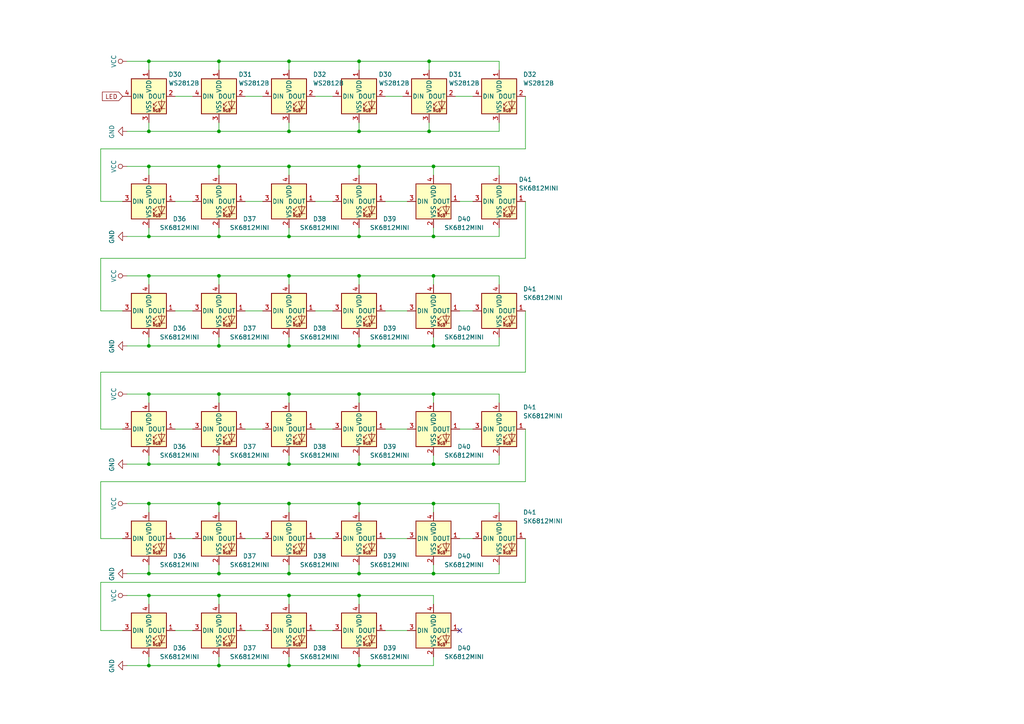
<source format=kicad_sch>
(kicad_sch (version 20230121) (generator eeschema)
  (paper "A4")
  (lib_symbols
    (symbol "Gecko_Split-rescue:GND-Lily58-cache" (power) (pin_names (offset 0))
      (property "Value" "GND-Lily58-cache" (at 0 -3.81 0))
      (symbol "GND-Lily58-cache_1_1"
        (polyline (pts (xy 0 0) (xy 0 -1.27) (xy 1.27 -1.27) (xy 0 -2.54) (xy -1.27 -1.27) (xy 0 -1.27)))
        (pin power_in line (at 0 0 0) (length 0) hide (name "GND") (number "1"))
      )
    )
    (symbol "Gecko_Split-rescue:VCC-Lily58-cache" (power) (pin_names (offset 0))
      (property "Value" "VCC-Lily58-cache" (at 0 3.81 0))
      (symbol "VCC-Lily58-cache_0_1"
        (polyline (pts (xy 0 0) (xy 0 1.27)))
        (circle (center 0 1.905) (radius 0.635))
      )
      (symbol "VCC-Lily58-cache_1_1"
        (pin power_in line (at 0 0 90) (length 0) hide (name "VCC") (number "1"))
      )
    )
    (symbol "LED:SK6812MINI" (pin_names (offset 0.254))
      (property "Reference" "D" (at 5.08 5.715 0))
      (property "Value" "SK6812MINI" (at 1.27 -5.715 0))
      (symbol "SK6812MINI_0_0"
        (text "RGB" (at 2.286 -4.191 0) (effects (font (size 0.762 0.762))))
      )
      (symbol "SK6812MINI_0_1"
        (polyline (pts (xy 1.27 -3.556) (xy 1.778 -3.556)))
        (polyline (pts (xy 1.27 -2.54) (xy 1.778 -2.54)))
        (polyline (pts (xy 4.699 -3.556) (xy 2.667 -3.556)))
        (polyline (pts (xy 2.286 -2.54) (xy 1.27 -3.556) (xy 1.27 -3.048)))
        (polyline (pts (xy 2.286 -1.524) (xy 1.27 -2.54) (xy 1.27 -2.032)))
        (polyline (pts (xy 3.683 -1.016) (xy 3.683 -3.556) (xy 3.683 -4.064)))
        (polyline (pts (xy 4.699 -1.524) (xy 2.667 -1.524) (xy 3.683 -3.556) (xy 4.699 -1.524)))
        (rectangle (start 5.08 5.08) (end -5.08 -5.08) (stroke (width 0.254)) (fill (type background)))
      )
      (symbol "SK6812MINI_1_1"
        (pin output line (at 7.62 0 180) (length 2.54) (name "DOUT") (number "1"))
        (pin power_in line (at 0 -7.62 90) (length 2.54) (name "VSS") (number "2"))
        (pin input line (at -7.62 0 0) (length 2.54) (name "DIN") (number "3"))
        (pin power_in line (at 0 7.62 270) (length 2.54) (name "VDD") (number "4"))
      )
    )
    (symbol "LED:WS2812B" (pin_names (offset 0.254))
      (property "Reference" "D" (at 5.08 5.715 0))
      (property "Value" "WS2812B" (at 1.27 -5.715 0))
      (symbol "WS2812B_0_0"
        (text "RGB" (at 2.286 -4.191 0) (effects (font (size 0.762 0.762))))
      )
      (symbol "WS2812B_0_1"
        (polyline (pts (xy 1.27 -3.556) (xy 1.778 -3.556)))
        (polyline (pts (xy 1.27 -2.54) (xy 1.778 -2.54)))
        (polyline (pts (xy 4.699 -3.556) (xy 2.667 -3.556)))
        (polyline (pts (xy 2.286 -2.54) (xy 1.27 -3.556) (xy 1.27 -3.048)))
        (polyline (pts (xy 2.286 -1.524) (xy 1.27 -2.54) (xy 1.27 -2.032)))
        (polyline (pts (xy 3.683 -1.016) (xy 3.683 -3.556) (xy 3.683 -4.064)))
        (polyline (pts (xy 4.699 -1.524) (xy 2.667 -1.524) (xy 3.683 -3.556) (xy 4.699 -1.524)))
        (rectangle (start 5.08 5.08) (end -5.08 -5.08) (stroke (width 0.254)) (fill (type background)))
      )
      (symbol "WS2812B_1_1"
        (pin power_in line (at 0 7.62 270) (length 2.54) (name "VDD") (number "1"))
        (pin output line (at 7.62 0 180) (length 2.54) (name "DOUT") (number "2"))
        (pin power_in line (at 0 -7.62 90) (length 2.54) (name "VSS") (number "3"))
        (pin input line (at -7.62 0 0) (length 2.54) (name "DIN") (number "4"))
      )
    )
  )
  (junction (at 104.14 17.78))
  (junction (at 43.18 172.72))
  (junction (at 83.82 38.1))
  (junction (at 63.5 134.62))
  (junction (at 125.73 48.26))
  (junction (at 43.18 134.62))
  (junction (at 83.82 68.58))
  (junction (at 125.73 146.05))
  (junction (at 104.14 134.62))
  (junction (at 83.82 48.26))
  (junction (at 63.5 68.58))
  (junction (at 63.5 48.26))
  (junction (at 124.46 17.78))
  (junction (at 43.18 146.05))
  (junction (at 83.82 17.78))
  (junction (at 104.14 38.1))
  (junction (at 83.82 166.37))
  (junction (at 43.18 114.3))
  (junction (at 63.5 17.78))
  (junction (at 83.82 100.33))
  (junction (at 83.82 172.72))
  (junction (at 104.14 146.05))
  (junction (at 43.18 38.1))
  (junction (at 63.5 166.37))
  (junction (at 125.73 80.01))
  (junction (at 104.14 48.26))
  (junction (at 43.18 193.04))
  (junction (at 104.14 80.01))
  (junction (at 125.73 68.58))
  (junction (at 43.18 166.37))
  (junction (at 83.82 80.01))
  (junction (at 63.5 114.3))
  (junction (at 63.5 100.33))
  (junction (at 104.14 166.37))
  (junction (at 125.73 134.62))
  (junction (at 63.5 80.01))
  (junction (at 43.18 80.01))
  (junction (at 83.82 134.62))
  (junction (at 83.82 114.3))
  (junction (at 43.18 17.78))
  (junction (at 104.14 68.58))
  (junction (at 125.73 100.33))
  (junction (at 124.46 38.1))
  (junction (at 104.14 100.33))
  (junction (at 83.82 193.04))
  (junction (at 104.14 193.04))
  (junction (at 43.18 100.33))
  (junction (at 63.5 146.05))
  (junction (at 63.5 193.04))
  (junction (at 104.14 172.72))
  (junction (at 43.18 48.26))
  (junction (at 63.5 38.1))
  (junction (at 125.73 114.3))
  (junction (at 125.73 166.37))
  (junction (at 63.5 172.72))
  (junction (at 43.18 68.58))
  (junction (at 104.14 114.3))
  (junction (at 83.82 146.05))
  (no_connect (at 133.35 182.88))
  (wire (pts (xy 43.18 114.3) (xy 36.83 114.3)))
  (wire (pts (xy 144.78 134.62) (xy 125.73 134.62)))
  (wire (pts (xy 104.14 114.3) (xy 104.14 116.84)))
  (wire (pts (xy 43.18 80.01) (xy 43.18 82.55)))
  (wire (pts (xy 132.08 27.94) (xy 137.16 27.94)))
  (wire (pts (xy 63.5 193.04) (xy 43.18 193.04)))
  (wire (pts (xy 152.4 124.46) (xy 152.4 139.7)))
  (wire (pts (xy 71.12 58.42) (xy 76.2 58.42)))
  (wire (pts (xy 144.78 146.05) (xy 125.73 146.05)))
  (wire (pts (xy 104.14 48.26) (xy 104.14 50.8)))
  (wire (pts (xy 63.5 100.33) (xy 43.18 100.33)))
  (wire (pts (xy 133.35 124.46) (xy 137.16 124.46)))
  (wire (pts (xy 144.78 163.83) (xy 144.78 166.37)))
  (wire (pts (xy 63.5 48.26) (xy 63.5 50.8)))
  (wire (pts (xy 91.44 27.94) (xy 96.52 27.94)))
  (wire (pts (xy 50.8 182.88) (xy 55.88 182.88)))
  (wire (pts (xy 83.82 35.56) (xy 83.82 38.1)))
  (wire (pts (xy 124.46 17.78) (xy 124.46 20.32)))
  (wire (pts (xy 29.21 124.46) (xy 35.56 124.46)))
  (wire (pts (xy 83.82 132.08) (xy 83.82 134.62)))
  (wire (pts (xy 144.78 100.33) (xy 125.73 100.33)))
  (wire (pts (xy 152.4 90.17) (xy 152.4 107.95)))
  (wire (pts (xy 83.82 172.72) (xy 63.5 172.72)))
  (wire (pts (xy 43.18 68.58) (xy 36.83 68.58)))
  (wire (pts (xy 104.14 172.72) (xy 104.14 175.26)))
  (wire (pts (xy 63.5 68.58) (xy 43.18 68.58)))
  (wire (pts (xy 43.18 134.62) (xy 36.83 134.62)))
  (wire (pts (xy 144.78 17.78) (xy 124.46 17.78)))
  (wire (pts (xy 43.18 190.5) (xy 43.18 193.04)))
  (wire (pts (xy 152.4 156.21) (xy 152.4 168.91)))
  (wire (pts (xy 29.21 156.21) (xy 35.56 156.21)))
  (wire (pts (xy 125.73 146.05) (xy 125.73 148.59)))
  (wire (pts (xy 91.44 124.46) (xy 96.52 124.46)))
  (wire (pts (xy 29.21 182.88) (xy 35.56 182.88)))
  (wire (pts (xy 111.76 156.21) (xy 118.11 156.21)))
  (wire (pts (xy 71.12 156.21) (xy 76.2 156.21)))
  (wire (pts (xy 104.14 80.01) (xy 104.14 82.55)))
  (wire (pts (xy 83.82 193.04) (xy 63.5 193.04)))
  (wire (pts (xy 104.14 97.79) (xy 104.14 100.33)))
  (wire (pts (xy 43.18 166.37) (xy 36.83 166.37)))
  (wire (pts (xy 152.4 58.42) (xy 152.4 74.93)))
  (wire (pts (xy 43.18 66.04) (xy 43.18 68.58)))
  (wire (pts (xy 83.82 146.05) (xy 83.82 148.59)))
  (wire (pts (xy 71.12 124.46) (xy 76.2 124.46)))
  (wire (pts (xy 144.78 48.26) (xy 125.73 48.26)))
  (wire (pts (xy 43.18 146.05) (xy 43.18 148.59)))
  (wire (pts (xy 29.21 74.93) (xy 29.21 90.17)))
  (wire (pts (xy 104.14 68.58) (xy 83.82 68.58)))
  (wire (pts (xy 125.73 166.37) (xy 104.14 166.37)))
  (wire (pts (xy 104.14 17.78) (xy 104.14 20.32)))
  (wire (pts (xy 104.14 163.83) (xy 104.14 166.37)))
  (wire (pts (xy 71.12 90.17) (xy 76.2 90.17)))
  (wire (pts (xy 83.82 38.1) (xy 104.14 38.1)))
  (wire (pts (xy 91.44 90.17) (xy 96.52 90.17)))
  (wire (pts (xy 43.18 172.72) (xy 43.18 175.26)))
  (wire (pts (xy 144.78 50.8) (xy 144.78 48.26)))
  (wire (pts (xy 83.82 172.72) (xy 83.82 175.26)))
  (wire (pts (xy 50.8 27.94) (xy 55.88 27.94)))
  (wire (pts (xy 111.76 124.46) (xy 118.11 124.46)))
  (wire (pts (xy 133.35 58.42) (xy 137.16 58.42)))
  (wire (pts (xy 124.46 38.1) (xy 144.78 38.1)))
  (wire (pts (xy 125.73 163.83) (xy 125.73 166.37)))
  (wire (pts (xy 83.82 80.01) (xy 63.5 80.01)))
  (wire (pts (xy 63.5 114.3) (xy 43.18 114.3)))
  (wire (pts (xy 104.14 146.05) (xy 83.82 146.05)))
  (wire (pts (xy 111.76 58.42) (xy 118.11 58.42)))
  (wire (pts (xy 104.14 132.08) (xy 104.14 134.62)))
  (wire (pts (xy 144.78 66.04) (xy 144.78 68.58)))
  (wire (pts (xy 63.5 166.37) (xy 43.18 166.37)))
  (wire (pts (xy 43.18 163.83) (xy 43.18 166.37)))
  (wire (pts (xy 104.14 38.1) (xy 124.46 38.1)))
  (wire (pts (xy 43.18 80.01) (xy 36.83 80.01)))
  (wire (pts (xy 83.82 190.5) (xy 83.82 193.04)))
  (wire (pts (xy 63.5 146.05) (xy 63.5 148.59)))
  (wire (pts (xy 43.18 132.08) (xy 43.18 134.62)))
  (wire (pts (xy 91.44 182.88) (xy 96.52 182.88)))
  (wire (pts (xy 63.5 172.72) (xy 63.5 175.26)))
  (wire (pts (xy 29.21 58.42) (xy 35.56 58.42)))
  (wire (pts (xy 125.73 114.3) (xy 125.73 116.84)))
  (wire (pts (xy 125.73 146.05) (xy 104.14 146.05)))
  (wire (pts (xy 125.73 66.04) (xy 125.73 68.58)))
  (wire (pts (xy 83.82 114.3) (xy 63.5 114.3)))
  (wire (pts (xy 125.73 100.33) (xy 104.14 100.33)))
  (wire (pts (xy 125.73 172.72) (xy 104.14 172.72)))
  (wire (pts (xy 71.12 27.94) (xy 76.2 27.94)))
  (wire (pts (xy 43.18 97.79) (xy 43.18 100.33)))
  (wire (pts (xy 125.73 80.01) (xy 104.14 80.01)))
  (wire (pts (xy 83.82 48.26) (xy 83.82 50.8)))
  (wire (pts (xy 29.21 107.95) (xy 152.4 107.95)))
  (wire (pts (xy 71.12 182.88) (xy 76.2 182.88)))
  (wire (pts (xy 104.14 166.37) (xy 83.82 166.37)))
  (wire (pts (xy 63.5 132.08) (xy 63.5 134.62)))
  (wire (pts (xy 29.21 139.7) (xy 29.21 156.21)))
  (wire (pts (xy 63.5 66.04) (xy 63.5 68.58)))
  (wire (pts (xy 29.21 43.18) (xy 29.21 58.42)))
  (wire (pts (xy 144.78 114.3) (xy 125.73 114.3)))
  (wire (pts (xy 144.78 132.08) (xy 144.78 134.62)))
  (wire (pts (xy 125.73 134.62) (xy 104.14 134.62)))
  (wire (pts (xy 125.73 114.3) (xy 104.14 114.3)))
  (wire (pts (xy 133.35 156.21) (xy 137.16 156.21)))
  (wire (pts (xy 125.73 190.5) (xy 125.73 193.04)))
  (wire (pts (xy 144.78 20.32) (xy 144.78 17.78)))
  (wire (pts (xy 29.21 90.17) (xy 35.56 90.17)))
  (wire (pts (xy 144.78 82.55) (xy 144.78 80.01)))
  (wire (pts (xy 152.4 43.18) (xy 29.21 43.18)))
  (wire (pts (xy 83.82 66.04) (xy 83.82 68.58)))
  (wire (pts (xy 144.78 38.1) (xy 144.78 35.56)))
  (wire (pts (xy 144.78 166.37) (xy 125.73 166.37)))
  (wire (pts (xy 83.82 166.37) (xy 63.5 166.37)))
  (wire (pts (xy 104.14 190.5) (xy 104.14 193.04)))
  (wire (pts (xy 124.46 35.56) (xy 124.46 38.1)))
  (wire (pts (xy 91.44 156.21) (xy 96.52 156.21)))
  (wire (pts (xy 36.83 38.1) (xy 43.18 38.1)))
  (wire (pts (xy 125.73 68.58) (xy 104.14 68.58)))
  (wire (pts (xy 63.5 17.78) (xy 43.18 17.78)))
  (wire (pts (xy 144.78 97.79) (xy 144.78 100.33)))
  (wire (pts (xy 144.78 148.59) (xy 144.78 146.05)))
  (wire (pts (xy 36.83 17.78) (xy 43.18 17.78)))
  (wire (pts (xy 144.78 80.01) (xy 125.73 80.01)))
  (wire (pts (xy 104.14 48.26) (xy 83.82 48.26)))
  (wire (pts (xy 83.82 163.83) (xy 83.82 166.37)))
  (wire (pts (xy 152.4 74.93) (xy 29.21 74.93)))
  (wire (pts (xy 63.5 80.01) (xy 43.18 80.01)))
  (wire (pts (xy 83.82 80.01) (xy 83.82 82.55)))
  (wire (pts (xy 83.82 146.05) (xy 63.5 146.05)))
  (wire (pts (xy 83.82 134.62) (xy 63.5 134.62)))
  (wire (pts (xy 29.21 139.7) (xy 152.4 139.7)))
  (wire (pts (xy 152.4 27.94) (xy 152.4 43.18)))
  (wire (pts (xy 63.5 80.01) (xy 63.5 82.55)))
  (wire (pts (xy 83.82 17.78) (xy 83.82 20.32)))
  (wire (pts (xy 125.73 80.01) (xy 125.73 82.55)))
  (wire (pts (xy 104.14 35.56) (xy 104.14 38.1)))
  (wire (pts (xy 43.18 48.26) (xy 43.18 50.8)))
  (wire (pts (xy 50.8 90.17) (xy 55.88 90.17)))
  (wire (pts (xy 104.14 172.72) (xy 83.82 172.72)))
  (wire (pts (xy 43.18 17.78) (xy 43.18 20.32)))
  (wire (pts (xy 63.5 48.26) (xy 43.18 48.26)))
  (wire (pts (xy 50.8 58.42) (xy 55.88 58.42)))
  (wire (pts (xy 104.14 66.04) (xy 104.14 68.58)))
  (wire (pts (xy 111.76 182.88) (xy 118.11 182.88)))
  (wire (pts (xy 144.78 68.58) (xy 125.73 68.58)))
  (wire (pts (xy 104.14 17.78) (xy 83.82 17.78)))
  (wire (pts (xy 104.14 100.33) (xy 83.82 100.33)))
  (wire (pts (xy 125.73 175.26) (xy 125.73 172.72)))
  (wire (pts (xy 91.44 58.42) (xy 96.52 58.42)))
  (wire (pts (xy 63.5 38.1) (xy 83.82 38.1)))
  (wire (pts (xy 111.76 90.17) (xy 118.11 90.17)))
  (wire (pts (xy 125.73 48.26) (xy 125.73 50.8)))
  (wire (pts (xy 50.8 124.46) (xy 55.88 124.46)))
  (wire (pts (xy 63.5 114.3) (xy 63.5 116.84)))
  (wire (pts (xy 83.82 17.78) (xy 63.5 17.78)))
  (wire (pts (xy 29.21 107.95) (xy 29.21 124.46)))
  (wire (pts (xy 43.18 100.33) (xy 36.83 100.33)))
  (wire (pts (xy 50.8 156.21) (xy 55.88 156.21)))
  (wire (pts (xy 125.73 48.26) (xy 104.14 48.26)))
  (wire (pts (xy 104.14 114.3) (xy 83.82 114.3)))
  (wire (pts (xy 43.18 48.26) (xy 36.83 48.26)))
  (wire (pts (xy 29.21 168.91) (xy 29.21 182.88)))
  (wire (pts (xy 43.18 114.3) (xy 43.18 116.84)))
  (wire (pts (xy 125.73 132.08) (xy 125.73 134.62)))
  (wire (pts (xy 125.73 193.04) (xy 104.14 193.04)))
  (wire (pts (xy 133.35 90.17) (xy 137.16 90.17)))
  (wire (pts (xy 63.5 35.56) (xy 63.5 38.1)))
  (wire (pts (xy 83.82 68.58) (xy 63.5 68.58)))
  (wire (pts (xy 43.18 146.05) (xy 36.83 146.05)))
  (wire (pts (xy 125.73 97.79) (xy 125.73 100.33)))
  (wire (pts (xy 104.14 80.01) (xy 83.82 80.01)))
  (wire (pts (xy 144.78 116.84) (xy 144.78 114.3)))
  (wire (pts (xy 83.82 114.3) (xy 83.82 116.84)))
  (wire (pts (xy 104.14 134.62) (xy 83.82 134.62)))
  (wire (pts (xy 63.5 190.5) (xy 63.5 193.04)))
  (wire (pts (xy 152.4 168.91) (xy 29.21 168.91)))
  (wire (pts (xy 83.82 48.26) (xy 63.5 48.26)))
  (wire (pts (xy 63.5 163.83) (xy 63.5 166.37)))
  (wire (pts (xy 104.14 146.05) (xy 104.14 148.59)))
  (wire (pts (xy 104.14 193.04) (xy 83.82 193.04)))
  (wire (pts (xy 63.5 172.72) (xy 43.18 172.72)))
  (wire (pts (xy 63.5 20.32) (xy 63.5 17.78)))
  (wire (pts (xy 111.76 27.94) (xy 116.84 27.94)))
  (wire (pts (xy 63.5 97.79) (xy 63.5 100.33)))
  (wire (pts (xy 83.82 100.33) (xy 63.5 100.33)))
  (wire (pts (xy 43.18 193.04) (xy 36.83 193.04)))
  (wire (pts (xy 43.18 38.1) (xy 63.5 38.1)))
  (wire (pts (xy 43.18 172.72) (xy 36.83 172.72)))
  (wire (pts (xy 83.82 97.79) (xy 83.82 100.33)))
  (wire (pts (xy 124.46 17.78) (xy 104.14 17.78)))
  (wire (pts (xy 63.5 146.05) (xy 43.18 146.05)))
  (wire (pts (xy 43.18 35.56) (xy 43.18 38.1)))
  (wire (pts (xy 63.5 134.62) (xy 43.18 134.62)))
  (global_label "LED" (shape input) (at 35.56 27.94 180) (property "Intersheetrefs" "${INTERSHEET_REFS}" (effects hide)))
  (symbol (lib_id "LED:SK6812MINI") (at 144.78 156.21 0) (unit 1)
    (property "Reference" "D41" (at 153.67 148.59 0))
    (property "Value" "SK6812MINI" (at 157.48 151.13 0))
    (property "Footprint" "LED_SMD:LED_SK6812MINI_THROUGH" (effects hide))
    (property "Datasheet" "https://cdn-shop.adafruit.com/product-files/2686/SK6812MINI_REV.01-1-2.pdf" (effects hide))
    (instances (project "Gecko_Split" (path "" (reference "D41") (unit 1)) (path "" (reference "D59") (unit 1))))
  )
  (symbol (lib_id "LED:SK6812MINI") (at 83.82 182.88 0) (unit 1)
    (property "Reference" "D38" (at 92.71 187.96 0))
    (property "Value" "SK6812MINI" (at 92.71 190.5 0))
    (property "Footprint" "LED_SMD:LED_SK6812MINI_THROUGH" (effects hide))
    (property "Datasheet" "https://cdn-shop.adafruit.com/product-files/2686/SK6812MINI_REV.01-1-2.pdf" (effects hide))
    (instances (project "Gecko_Split" (path "" (reference "D38") (unit 1)) (path "" (reference "D62") (unit 1))))
  )
  (symbol (lib_id "Gecko_Split-rescue:VCC-Lily58-cache") (at 36.83 48.26 90) (mirror x) (unit 1)
    (property "Reference" "#PWR04" (effects hide))
    (property "Value" "VCC" (at 33.02 48.26 0))
    (instances (project "Gecko_Split" (path "" (reference "#PWR04") (unit 1)) (path "" (reference "#PWR07") (unit 1)) (path "" (reference "#PWR018") (unit 1))))
  )
  (symbol (lib_id "Gecko_Split-rescue:GND-Lily58-cache") (at 36.83 100.33 270) (unit 1)
    (property "Reference" "#PWR08" (effects hide))
    (property "Value" "GND" (at 32.4358 100.457 0))
    (instances (project "Gecko_Split" (path "" (reference "#PWR08") (unit 1)) (path "" (reference "#PWR017") (unit 1)) (path "" (reference "#PWR021") (unit 1))))
  )
  (symbol (lib_id "LED:SK6812MINI") (at 63.5 156.21 0) (unit 1)
    (property "Reference" "D37" (at 72.39 161.29 0))
    (property "Value" "SK6812MINI" (at 72.39 163.83 0))
    (property "Footprint" "LED_SMD:LED_SK6812MINI_THROUGH" (effects hide))
    (property "Datasheet" "https://cdn-shop.adafruit.com/product-files/2686/SK6812MINI_REV.01-1-2.pdf" (effects hide))
    (instances (project "Gecko_Split" (path "" (reference "D37") (unit 1)) (path "" (reference "D55") (unit 1))))
  )
  (symbol (lib_id "Gecko_Split-rescue:VCC-Lily58-cache") (at 36.83 146.05 90) (mirror x) (unit 1)
    (property "Reference" "#PWR04" (effects hide))
    (property "Value" "VCC" (at 33.02 146.05 0))
    (instances (project "Gecko_Split" (path "" (reference "#PWR04") (unit 1)) (path "" (reference "#PWR07") (unit 1)) (path "" (reference "#PWR024") (unit 1))))
  )
  (symbol (lib_id "LED:WS2812B") (at 43.18 27.94 0) (unit 1)
    (property "Reference" "D30" (at 50.8 21.59 0))
    (property "Value" "WS2812B" (at 53.34 24.13 0))
    (property "Footprint" "LED_SMD:LED_WS2812B_BothSides" (effects hide))
    (property "Datasheet" "https://cdn-shop.adafruit.com/datasheets/WS2812B.pdf" (effects hide))
  )
  (symbol (lib_id "LED:SK6812MINI") (at 43.18 124.46 0) (unit 1)
    (property "Reference" "D36" (at 52.07 129.54 0))
    (property "Value" "SK6812MINI" (at 52.07 132.08 0))
    (property "Footprint" "LED_SMD:LED_SK6812MINI_THROUGH" (effects hide))
    (property "Datasheet" "https://cdn-shop.adafruit.com/product-files/2686/SK6812MINI_REV.01-1-2.pdf" (effects hide))
    (instances (project "Gecko_Split" (path "" (reference "D36") (unit 1)) (path "" (reference "D48") (unit 1))))
  )
  (symbol (lib_id "LED:SK6812MINI") (at 125.73 124.46 0) (unit 1)
    (property "Reference" "D40" (at 134.62 129.54 0))
    (property "Value" "SK6812MINI" (at 134.62 132.08 0))
    (property "Footprint" "LED_SMD:LED_SK6812MINI_THROUGH" (effects hide))
    (property "Datasheet" "https://cdn-shop.adafruit.com/product-files/2686/SK6812MINI_REV.01-1-2.pdf" (effects hide))
    (instances (project "Gecko_Split" (path "" (reference "D40") (unit 1)) (path "" (reference "D52") (unit 1))))
  )
  (symbol (lib_id "LED:SK6812MINI") (at 125.73 182.88 0) (unit 1)
    (property "Reference" "D40" (at 134.62 187.96 0))
    (property "Value" "SK6812MINI" (at 134.62 190.5 0))
    (property "Footprint" "LED_SMD:LED_SK6812MINI_THROUGH" (effects hide))
    (property "Datasheet" "https://cdn-shop.adafruit.com/product-files/2686/SK6812MINI_REV.01-1-2.pdf" (effects hide))
    (instances (project "Gecko_Split" (path "" (reference "D40") (unit 1)) (path "" (reference "D64") (unit 1))))
  )
  (symbol (lib_id "Gecko_Split-rescue:VCC-Lily58-cache") (at 36.83 114.3 90) (mirror x) (unit 1)
    (property "Reference" "#PWR04" (effects hide))
    (property "Value" "VCC" (at 33.02 114.3 0))
    (instances (project "Gecko_Split" (path "" (reference "#PWR04") (unit 1)) (path "" (reference "#PWR07") (unit 1)) (path "" (reference "#PWR022") (unit 1))))
  )
  (symbol (lib_id "Gecko_Split-rescue:VCC-Lily58-cache") (at 36.83 172.72 90) (mirror x) (unit 1)
    (property "Reference" "#PWR04" (effects hide))
    (property "Value" "VCC" (at 33.02 172.72 0))
    (instances (project "Gecko_Split" (path "" (reference "#PWR04") (unit 1)) (path "" (reference "#PWR07") (unit 1)) (path "" (reference "#PWR026") (unit 1))))
  )
  (symbol (lib_id "LED:SK6812MINI") (at 125.73 156.21 0) (unit 1)
    (property "Reference" "D40" (at 134.62 161.29 0))
    (property "Value" "SK6812MINI" (at 134.62 163.83 0))
    (property "Footprint" "LED_SMD:LED_SK6812MINI_THROUGH" (effects hide))
    (property "Datasheet" "https://cdn-shop.adafruit.com/product-files/2686/SK6812MINI_REV.01-1-2.pdf" (effects hide))
    (instances (project "Gecko_Split" (path "" (reference "D40") (unit 1)) (path "" (reference "D58") (unit 1))))
  )
  (symbol (lib_id "Gecko_Split-rescue:GND-Lily58-cache") (at 36.83 166.37 270) (unit 1)
    (property "Reference" "#PWR08" (effects hide))
    (property "Value" "GND" (at 32.4358 166.497 0))
    (instances (project "Gecko_Split" (path "" (reference "#PWR08") (unit 1)) (path "" (reference "#PWR017") (unit 1)) (path "" (reference "#PWR025") (unit 1))))
  )
  (symbol (lib_id "LED:SK6812MINI") (at 83.82 156.21 0) (unit 1)
    (property "Reference" "D38" (at 92.71 161.29 0))
    (property "Value" "SK6812MINI" (at 92.71 163.83 0))
    (property "Footprint" "LED_SMD:LED_SK6812MINI_THROUGH" (effects hide))
    (property "Datasheet" "https://cdn-shop.adafruit.com/product-files/2686/SK6812MINI_REV.01-1-2.pdf" (effects hide))
    (instances (project "Gecko_Split" (path "" (reference "D38") (unit 1)) (path "" (reference "D56") (unit 1))))
  )
  (symbol (lib_id "Gecko_Split-rescue:VCC-Lily58-cache") (at 36.83 80.01 90) (mirror x) (unit 1)
    (property "Reference" "#PWR04" (effects hide))
    (property "Value" "VCC" (at 33.02 80.01 0))
    (instances (project "Gecko_Split" (path "" (reference "#PWR04") (unit 1)) (path "" (reference "#PWR07") (unit 1)) (path "" (reference "#PWR020") (unit 1))))
  )
  (symbol (lib_id "LED:SK6812MINI") (at 63.5 90.17 0) (unit 1)
    (property "Reference" "D37" (at 72.39 95.25 0))
    (property "Value" "SK6812MINI" (at 72.39 97.79 0))
    (property "Footprint" "LED_SMD:LED_SK6812MINI_THROUGH" (effects hide))
    (property "Datasheet" "https://cdn-shop.adafruit.com/product-files/2686/SK6812MINI_REV.01-1-2.pdf" (effects hide))
    (instances (project "Gecko_Split" (path "" (reference "D37") (unit 1)) (path "" (reference "D43") (unit 1))))
  )
  (symbol (lib_id "LED:SK6812MINI") (at 104.14 156.21 0) (unit 1)
    (property "Reference" "D39" (at 113.03 161.29 0))
    (property "Value" "SK6812MINI" (at 113.03 163.83 0))
    (property "Footprint" "LED_SMD:LED_SK6812MINI_THROUGH" (effects hide))
    (property "Datasheet" "https://cdn-shop.adafruit.com/product-files/2686/SK6812MINI_REV.01-1-2.pdf" (effects hide))
    (instances (project "Gecko_Split" (path "" (reference "D39") (unit 1)) (path "" (reference "D57") (unit 1))))
  )
  (symbol (lib_id "LED:WS2812B") (at 144.78 27.94 0) (unit 1)
    (property "Reference" "D32" (at 153.67 21.59 0))
    (property "Value" "WS2812B" (at 156.21 24.13 0))
    (property "Footprint" "LED_SMD:LED_WS2812B_BothSides" (effects hide))
    (property "Datasheet" "https://cdn-shop.adafruit.com/datasheets/WS2812B.pdf" (effects hide))
    (instances (project "Gecko_Split" (path "" (reference "D32") (unit 1)) (path "" (reference "D35") (unit 1))))
  )
  (symbol (lib_id "LED:WS2812B") (at 124.46 27.94 0) (unit 1)
    (property "Reference" "D31" (at 132.08 21.59 0))
    (property "Value" "WS2812B" (at 134.62 24.13 0))
    (property "Footprint" "LED_SMD:LED_WS2812B_BothSides" (effects hide))
    (property "Datasheet" "https://cdn-shop.adafruit.com/datasheets/WS2812B.pdf" (effects hide))
    (instances (project "Gecko_Split" (path "" (reference "D31") (unit 1)) (path "" (reference "D34") (unit 1))))
  )
  (symbol (lib_id "Gecko_Split-rescue:GND-Lily58-cache") (at 36.83 38.1 270) (unit 1)
    (property "Reference" "#PWR08" (effects hide))
    (property "Value" "GND" (at 32.4358 38.227 0))
    (instances (project "Gecko_Split" (path "" (reference "#PWR08") (unit 1)) (path "" (reference "#PWR017") (unit 1)) (path "" (reference "#PWR017") (unit 1))))
  )
  (symbol (lib_id "Gecko_Split-rescue:VCC-Lily58-cache") (at 36.83 17.78 90) (mirror x) (unit 1)
    (property "Reference" "#PWR04" (effects hide))
    (property "Value" "VCC" (at 33.02 17.78 0))
    (instances (project "Gecko_Split" (path "" (reference "#PWR04") (unit 1)) (path "" (reference "#PWR07") (unit 1)) (path "" (reference "#PWR016") (unit 1))))
  )
  (symbol (lib_id "LED:SK6812MINI") (at 144.78 124.46 0) (unit 1)
    (property "Reference" "D41" (at 153.67 118.11 0))
    (property "Value" "SK6812MINI" (at 157.48 120.65 0))
    (property "Footprint" "LED_SMD:LED_SK6812MINI_THROUGH" (effects hide))
    (property "Datasheet" "https://cdn-shop.adafruit.com/product-files/2686/SK6812MINI_REV.01-1-2.pdf" (effects hide))
    (instances (project "Gecko_Split" (path "" (reference "D41") (unit 1)) (path "" (reference "D53") (unit 1))))
  )
  (symbol (lib_id "LED:SK6812MINI") (at 43.18 182.88 0) (unit 1)
    (property "Reference" "D36" (at 52.07 187.96 0))
    (property "Value" "SK6812MINI" (at 52.07 190.5 0))
    (property "Footprint" "LED_SMD:LED_SK6812MINI_THROUGH" (effects hide))
    (property "Datasheet" "https://cdn-shop.adafruit.com/product-files/2686/SK6812MINI_REV.01-1-2.pdf" (effects hide))
    (instances (project "Gecko_Split" (path "" (reference "D36") (unit 1)) (path "" (reference "D60") (unit 1))))
  )
  (symbol (lib_id "LED:SK6812MINI") (at 104.14 182.88 0) (unit 1)
    (property "Reference" "D39" (at 113.03 187.96 0))
    (property "Value" "SK6812MINI" (at 113.03 190.5 0))
    (property "Footprint" "LED_SMD:LED_SK6812MINI_THROUGH" (effects hide))
    (property "Datasheet" "https://cdn-shop.adafruit.com/product-files/2686/SK6812MINI_REV.01-1-2.pdf" (effects hide))
    (instances (project "Gecko_Split" (path "" (reference "D39") (unit 1)) (path "" (reference "D63") (unit 1))))
  )
  (symbol (lib_id "LED:SK6812MINI") (at 144.78 58.42 0) (unit 1)
    (property "Reference" "D41" (at 152.4 52.07 0))
    (property "Value" "SK6812MINI" (at 156.21 54.61 0))
    (property "Footprint" "LED_SMD:LED_SK6812MINI_THROUGH" (effects hide))
    (property "Datasheet" "https://cdn-shop.adafruit.com/product-files/2686/SK6812MINI_REV.01-1-2.pdf" (effects hide))
  )
  (symbol (lib_id "LED:SK6812MINI") (at 125.73 90.17 0) (unit 1)
    (property "Reference" "D40" (at 134.62 95.25 0))
    (property "Value" "SK6812MINI" (at 134.62 97.79 0))
    (property "Footprint" "LED_SMD:LED_SK6812MINI_THROUGH" (effects hide))
    (property "Datasheet" "https://cdn-shop.adafruit.com/product-files/2686/SK6812MINI_REV.01-1-2.pdf" (effects hide))
    (instances (project "Gecko_Split" (path "" (reference "D40") (unit 1)) (path "" (reference "D46") (unit 1))))
  )
  (symbol (lib_id "LED:WS2812B") (at 83.82 27.94 0) (unit 1)
    (property "Reference" "D32" (at 92.71 21.59 0))
    (property "Value" "WS2812B" (at 95.25 24.13 0))
    (property "Footprint" "LED_SMD:LED_WS2812B_BothSides" (effects hide))
    (property "Datasheet" "https://cdn-shop.adafruit.com/datasheets/WS2812B.pdf" (effects hide))
  )
  (symbol (lib_id "LED:SK6812MINI") (at 43.18 58.42 0) (unit 1)
    (property "Reference" "D36" (at 52.07 63.5 0))
    (property "Value" "SK6812MINI" (at 52.07 66.04 0))
    (property "Footprint" "LED_SMD:LED_SK6812MINI_THROUGH" (effects hide))
    (property "Datasheet" "https://cdn-shop.adafruit.com/product-files/2686/SK6812MINI_REV.01-1-2.pdf" (effects hide))
  )
  (symbol (lib_id "LED:SK6812MINI") (at 104.14 90.17 0) (unit 1)
    (property "Reference" "D39" (at 113.03 95.25 0))
    (property "Value" "SK6812MINI" (at 113.03 97.79 0))
    (property "Footprint" "LED_SMD:LED_SK6812MINI_THROUGH" (effects hide))
    (property "Datasheet" "https://cdn-shop.adafruit.com/product-files/2686/SK6812MINI_REV.01-1-2.pdf" (effects hide))
    (instances (project "Gecko_Split" (path "" (reference "D39") (unit 1)) (path "" (reference "D45") (unit 1))))
  )
  (symbol (lib_id "LED:SK6812MINI") (at 144.78 90.17 0) (unit 1)
    (property "Reference" "D41" (at 153.67 83.82 0))
    (property "Value" "SK6812MINI" (at 157.48 86.36 0))
    (property "Footprint" "LED_SMD:LED_SK6812MINI_THROUGH" (effects hide))
    (property "Datasheet" "https://cdn-shop.adafruit.com/product-files/2686/SK6812MINI_REV.01-1-2.pdf" (effects hide))
    (instances (project "Gecko_Split" (path "" (reference "D41") (unit 1)) (path "" (reference "D47") (unit 1))))
  )
  (symbol (lib_id "LED:SK6812MINI") (at 104.14 58.42 0) (unit 1)
    (property "Reference" "D39" (at 113.03 63.5 0))
    (property "Value" "SK6812MINI" (at 113.03 66.04 0))
    (property "Footprint" "LED_SMD:LED_SK6812MINI_THROUGH" (effects hide))
    (property "Datasheet" "https://cdn-shop.adafruit.com/product-files/2686/SK6812MINI_REV.01-1-2.pdf" (effects hide))
  )
  (symbol (lib_id "Gecko_Split-rescue:GND-Lily58-cache") (at 36.83 68.58 270) (unit 1)
    (property "Reference" "#PWR08" (effects hide))
    (property "Value" "GND" (at 32.4358 68.707 0))
    (instances (project "Gecko_Split" (path "" (reference "#PWR08") (unit 1)) (path "" (reference "#PWR017") (unit 1)) (path "" (reference "#PWR019") (unit 1))))
  )
  (symbol (lib_id "LED:SK6812MINI") (at 125.73 58.42 0) (unit 1)
    (property "Reference" "D40" (at 134.62 63.5 0))
    (property "Value" "SK6812MINI" (at 134.62 66.04 0))
    (property "Footprint" "LED_SMD:LED_SK6812MINI_THROUGH" (effects hide))
    (property "Datasheet" "https://cdn-shop.adafruit.com/product-files/2686/SK6812MINI_REV.01-1-2.pdf" (effects hide))
  )
  (symbol (lib_id "LED:WS2812B") (at 63.5 27.94 0) (unit 1)
    (property "Reference" "D31" (at 71.12 21.59 0))
    (property "Value" "WS2812B" (at 73.66 24.13 0))
    (property "Footprint" "LED_SMD:LED_WS2812B_BothSides" (effects hide))
    (property "Datasheet" "https://cdn-shop.adafruit.com/datasheets/WS2812B.pdf" (effects hide))
  )
  (symbol (lib_id "LED:SK6812MINI") (at 63.5 182.88 0) (unit 1)
    (property "Reference" "D37" (at 72.39 187.96 0))
    (property "Value" "SK6812MINI" (at 72.39 190.5 0))
    (property "Footprint" "LED_SMD:LED_SK6812MINI_THROUGH" (effects hide))
    (property "Datasheet" "https://cdn-shop.adafruit.com/product-files/2686/SK6812MINI_REV.01-1-2.pdf" (effects hide))
    (instances (project "Gecko_Split" (path "" (reference "D37") (unit 1)) (path "" (reference "D61") (unit 1))))
  )
  (symbol (lib_id "LED:SK6812MINI") (at 104.14 124.46 0) (unit 1)
    (property "Reference" "D39" (at 113.03 129.54 0))
    (property "Value" "SK6812MINI" (at 113.03 132.08 0))
    (property "Footprint" "LED_SMD:LED_SK6812MINI_THROUGH" (effects hide))
    (property "Datasheet" "https://cdn-shop.adafruit.com/product-files/2686/SK6812MINI_REV.01-1-2.pdf" (effects hide))
    (instances (project "Gecko_Split" (path "" (reference "D39") (unit 1)) (path "" (reference "D51") (unit 1))))
  )
  (symbol (lib_id "LED:SK6812MINI") (at 83.82 90.17 0) (unit 1)
    (property "Reference" "D38" (at 92.71 95.25 0))
    (property "Value" "SK6812MINI" (at 92.71 97.79 0))
    (property "Footprint" "LED_SMD:LED_SK6812MINI_THROUGH" (effects hide))
    (property "Datasheet" "https://cdn-shop.adafruit.com/product-files/2686/SK6812MINI_REV.01-1-2.pdf" (effects hide))
    (instances (project "Gecko_Split" (path "" (reference "D38") (unit 1)) (path "" (reference "D44") (unit 1))))
  )
  (symbol (lib_id "LED:SK6812MINI") (at 63.5 124.46 0) (unit 1)
    (property "Reference" "D37" (at 72.39 129.54 0))
    (property "Value" "SK6812MINI" (at 72.39 132.08 0))
    (property "Footprint" "LED_SMD:LED_SK6812MINI_THROUGH" (effects hide))
    (property "Datasheet" "https://cdn-shop.adafruit.com/product-files/2686/SK6812MINI_REV.01-1-2.pdf" (effects hide))
    (instances (project "Gecko_Split" (path "" (reference "D37") (unit 1)) (path "" (reference "D49") (unit 1))))
  )
  (symbol (lib_id "LED:SK6812MINI") (at 63.5 58.42 0) (unit 1)
    (property "Reference" "D37" (at 72.39 63.5 0))
    (property "Value" "SK6812MINI" (at 72.39 66.04 0))
    (property "Footprint" "LED_SMD:LED_SK6812MINI_THROUGH" (effects hide))
    (property "Datasheet" "https://cdn-shop.adafruit.com/product-files/2686/SK6812MINI_REV.01-1-2.pdf" (effects hide))
  )
  (symbol (lib_id "LED:SK6812MINI") (at 43.18 156.21 0) (unit 1)
    (property "Reference" "D36" (at 52.07 161.29 0))
    (property "Value" "SK6812MINI" (at 52.07 163.83 0))
    (property "Footprint" "LED_SMD:LED_SK6812MINI_THROUGH" (effects hide))
    (property "Datasheet" "https://cdn-shop.adafruit.com/product-files/2686/SK6812MINI_REV.01-1-2.pdf" (effects hide))
    (instances (project "Gecko_Split" (path "" (reference "D36") (unit 1)) (path "" (reference "D54") (unit 1))))
  )
  (symbol (lib_id "Gecko_Split-rescue:GND-Lily58-cache") (at 36.83 193.04 270) (unit 1)
    (property "Reference" "#PWR08" (effects hide))
    (property "Value" "GND" (at 32.4358 193.167 0))
    (instances (project "Gecko_Split" (path "" (reference "#PWR08") (unit 1)) (path "" (reference "#PWR017") (unit 1)) (path "" (reference "#PWR027") (unit 1))))
  )
  (symbol (lib_id "LED:WS2812B") (at 104.14 27.94 0) (unit 1)
    (property "Reference" "D30" (at 111.76 21.59 0))
    (property "Value" "WS2812B" (at 114.3 24.13 0))
    (property "Footprint" "LED_SMD:LED_WS2812B_BothSides" (effects hide))
    (property "Datasheet" "https://cdn-shop.adafruit.com/datasheets/WS2812B.pdf" (effects hide))
    (instances (project "Gecko_Split" (path "" (reference "D30") (unit 1)) (path "" (reference "D33") (unit 1))))
  )
  (symbol (lib_id "LED:SK6812MINI") (at 43.18 90.17 0) (unit 1)
    (property "Reference" "D36" (at 52.07 95.25 0))
    (property "Value" "SK6812MINI" (at 52.07 97.79 0))
    (property "Footprint" "LED_SMD:LED_SK6812MINI_THROUGH" (effects hide))
    (property "Datasheet" "https://cdn-shop.adafruit.com/product-files/2686/SK6812MINI_REV.01-1-2.pdf" (effects hide))
    (instances (project "Gecko_Split" (path "" (reference "D36") (unit 1)) (path "" (reference "D42") (unit 1))))
  )
  (symbol (lib_id "Gecko_Split-rescue:GND-Lily58-cache") (at 36.83 134.62 270) (unit 1)
    (property "Reference" "#PWR08" (effects hide))
    (property "Value" "GND" (at 32.4358 134.747 0))
    (instances (project "Gecko_Split" (path "" (reference "#PWR08") (unit 1)) (path "" (reference "#PWR017") (unit 1)) (path "" (reference "#PWR023") (unit 1))))
  )
  (symbol (lib_id "LED:SK6812MINI") (at 83.82 124.46 0) (unit 1)
    (property "Reference" "D38" (at 92.71 129.54 0))
    (property "Value" "SK6812MINI" (at 92.71 132.08 0))
    (property "Footprint" "LED_SMD:LED_SK6812MINI_THROUGH" (effects hide))
    (property "Datasheet" "https://cdn-shop.adafruit.com/product-files/2686/SK6812MINI_REV.01-1-2.pdf" (effects hide))
    (instances (project "Gecko_Split" (path "" (reference "D38") (unit 1)) (path "" (reference "D50") (unit 1))))
  )
  (symbol (lib_id "LED:SK6812MINI") (at 83.82 58.42 0) (unit 1)
    (property "Reference" "D38" (at 92.71 63.5 0))
    (property "Value" "SK6812MINI" (at 92.71 66.04 0))
    (property "Footprint" "LED_SMD:LED_SK6812MINI_THROUGH" (effects hide))
    (property "Datasheet" "https://cdn-shop.adafruit.com/product-files/2686/SK6812MINI_REV.01-1-2.pdf" (effects hide))
  )
)
</source>
